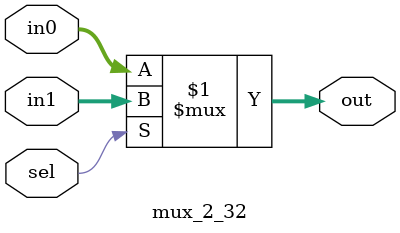
<source format=v>
module mux_2_32(sel, in0, in1, out);
	input sel;
	input [31:0] in0,in1;
	output [31:0] out;
	assign out = sel ? in1 : in0;
endmodule
</source>
